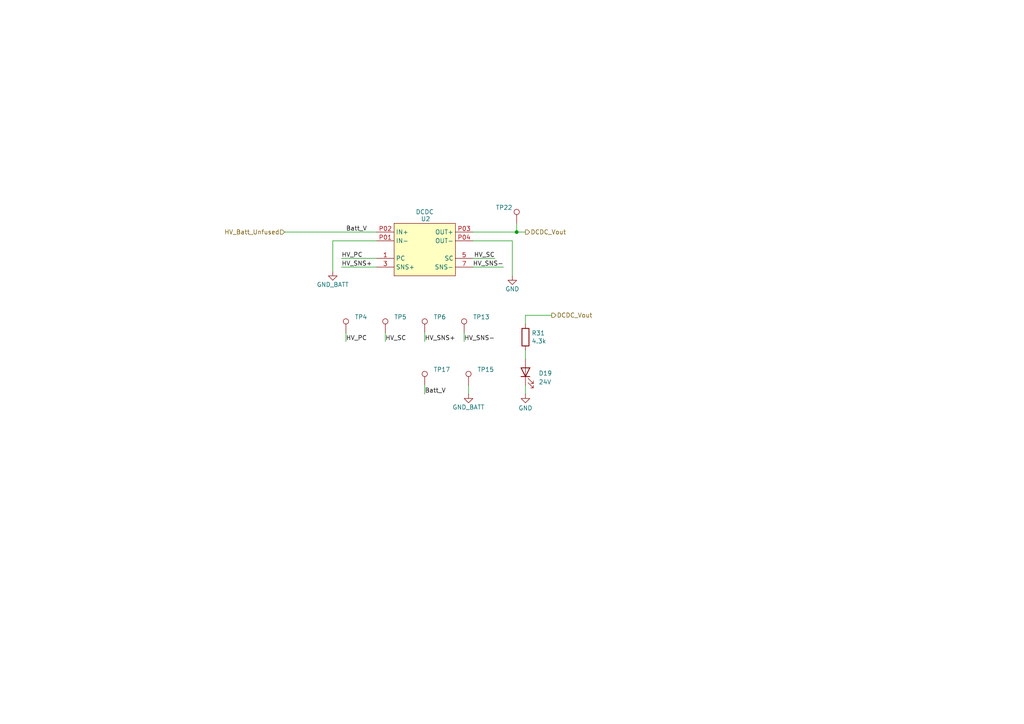
<source format=kicad_sch>
(kicad_sch (version 20250114) (generator "eeschema") (generator_version "9.0")
  (paper "A4")
  (lib_symbols
    (symbol "Connector:TestPoint" (pin_numbers (hide yes)) (pin_names (offset 0.762) (hide yes))
      (property "Reference" "TP" (at 0 6.858 0))
      (property "Value" "TestPoint" (at 0 5.08 0))
      (symbol "TestPoint_0_1"
        (circle (center 0 3.302) (radius 0.762))
      )
      (symbol "TestPoint_1_1"
        (pin passive line (at 0 0 90) (length 2.54) (name "1") (number "1"))
      )
    )
    (symbol "Device:LED" (pin_numbers (hide yes)) (pin_names (offset 1.016) (hide yes))
      (property "Reference" "D" (at 0 2.54 0))
      (property "Value" "LED" (at 0 -2.54 0))
      (symbol "LED_0_1"
        (polyline (pts (xy -3.048 -0.762) (xy -4.572 -2.286) (xy -3.81 -2.286) (xy -4.572 -2.286) (xy -4.572 -1.524)))
        (polyline (pts (xy -1.778 -0.762) (xy -3.302 -2.286) (xy -2.54 -2.286) (xy -3.302 -2.286) (xy -3.302 -1.524)))
        (polyline (pts (xy -1.27 0) (xy 1.27 0)))
        (polyline (pts (xy -1.27 -1.27) (xy -1.27 1.27)) (stroke (width 0.254)))
        (polyline (pts (xy 1.27 -1.27) (xy 1.27 1.27) (xy -1.27 0) (xy 1.27 -1.27)) (stroke (width 0.254)))
      )
      (symbol "LED_1_1"
        (pin passive line (at -3.81 0 0) (length 2.54) (name "K") (number "1"))
        (pin passive line (at 3.81 0 180) (length 2.54) (name "A") (number "2"))
      )
    )
    (symbol "Device:R" (pin_numbers (hide yes)) (pin_names (offset 0))
      (property "Reference" "R" (at 2.032 0 90))
      (property "Value" "R" (at 0 0 90))
      (symbol "R_0_1"
        (rectangle (start -1.016 -2.54) (end 1.016 2.54) (stroke (width 0.254)))
      )
      (symbol "R_1_1"
        (pin passive line (at 0 3.81 270) (length 1.27) (name "~") (number "1"))
        (pin passive line (at 0 -3.81 90) (length 1.27) (name "~") (number "2"))
      )
    )
    (symbol "power:GND" (power) (pin_numbers (hide yes)) (pin_names (offset 0) (hide yes))
      (property "Value" "GND" (at 0 -3.81 0))
      (symbol "GND_0_1"
        (polyline (pts (xy 0 0) (xy 0 -1.27) (xy 1.27 -1.27) (xy 0 -2.54) (xy -1.27 -1.27) (xy 0 -1.27)))
      )
      (symbol "GND_1_1"
        (pin power_in line (at 0 0 270) (length 0) (name "~") (number "1"))
      )
    )
    (symbol "power:GND1" (power) (pin_numbers (hide yes)) (pin_names (offset 0) (hide yes))
      (property "Value" "GND1" (at 0 -3.81 0))
      (symbol "GND1_0_1"
        (polyline (pts (xy 0 0) (xy 0 -1.27) (xy 1.27 -1.27) (xy 0 -2.54) (xy -1.27 -1.27) (xy 0 -1.27)))
      )
      (symbol "GND1_1_1"
        (pin power_in line (at 0 0 270) (length 0) (name "~") (number "1"))
      )
    )
    (symbol "utsvt_connectors:Maxi_Carrier_Connector"
      (property "Reference" "U" (at 0 0 0))
      (symbol "Maxi_Carrier_Connector_1_1"
        (rectangle (start -8.89 -2.54) (end 8.89 -17.78) (fill (type background)))
        (pin power_in line (at -13.97 -5.08 0) (length 5.08) (name "IN+") (number "P02"))
        (pin power_in line (at -13.97 -7.62 0) (length 5.08) (name "IN-") (number "P01"))
        (pin input line (at -13.97 -12.7 0) (length 5.08) (name "PC") (number "1"))
        (pin input line (at -13.97 -15.24 0) (length 5.08) (name "SNS+") (number "3"))
        (pin power_out line (at 13.97 -5.08 180) (length 5.08) (name "OUT+") (number "P03"))
        (pin power_out line (at 13.97 -7.62 180) (length 5.08) (name "OUT-") (number "P04"))
        (pin input line (at 13.97 -12.7 180) (length 5.08) (name "SC") (number "5"))
        (pin input line (at 13.97 -15.24 180) (length 5.08) (name "SNS-") (number "7"))
      )
    )
  )
  (junction (at 149.86 67.31))
  (wire (pts (xy 134.62 96.52) (xy 134.62 99.06)))
  (wire (pts (xy 137.16 69.85) (xy 148.59 69.85)))
  (wire (pts (xy 152.4 101.6) (xy 152.4 104.14)))
  (wire (pts (xy 96.52 69.85) (xy 109.22 69.85)))
  (wire (pts (xy 135.89 111.76) (xy 135.89 114.3)))
  (wire (pts (xy 96.52 69.85) (xy 96.52 78.74)))
  (wire (pts (xy 123.19 96.52) (xy 123.19 99.06)))
  (wire (pts (xy 152.4 111.76) (xy 152.4 114.3)))
  (wire (pts (xy 148.59 69.85) (xy 148.59 80.01)))
  (wire (pts (xy 152.4 91.44) (xy 160.02 91.44)))
  (wire (pts (xy 137.16 67.31) (xy 149.86 67.31)))
  (wire (pts (xy 111.76 96.52) (xy 111.76 99.06)))
  (wire (pts (xy 82.55 67.31) (xy 109.22 67.31)))
  (wire (pts (xy 152.4 91.44) (xy 152.4 93.98)))
  (wire (pts (xy 123.19 111.76) (xy 123.19 114.3)))
  (wire (pts (xy 149.86 64.77) (xy 149.86 67.31)))
  (wire (pts (xy 99.06 77.47) (xy 109.22 77.47)))
  (wire (pts (xy 149.86 67.31) (xy 152.4 67.31)))
  (wire (pts (xy 99.06 74.93) (xy 109.22 74.93)))
  (wire (pts (xy 137.16 74.93) (xy 143.51 74.93)))
  (wire (pts (xy 100.33 96.52) (xy 100.33 99.06)))
  (wire (pts (xy 137.16 77.47) (xy 146.05 77.47)))
  (label "HV_PC" (at 100.33 99.06 0))
  (label "HV_SNS-" (at 146.05 77.47 180))
  (label "HV_SNS+" (at 123.19 99.06 0))
  (label "HV_SC" (at 111.76 99.06 0))
  (label "Batt_V" (at 100.33 67.31 0))
  (label "Batt_V" (at 123.19 114.3 0))
  (label "HV_SNS+" (at 99.06 77.47 0))
  (label "HV_SC" (at 143.51 74.93 180))
  (label "HV_PC" (at 99.06 74.93 0))
  (label "HV_SNS-" (at 134.62 99.06 0))
  (hierarchical_label "HV_Batt_Unfused" (shape input) (at 82.55 67.31 180))
  (hierarchical_label "DCDC_Vout" (shape output) (at 152.4 67.31 0))
  (hierarchical_label "DCDC_Vout" (shape output) (at 160.02 91.44 0))
  (symbol (lib_id "power:GND1") (at 96.52 78.74 0) (unit 1)
    (property "Reference" "#PWR019" (effects (hide yes)))
    (property "Value" "GND_BATT" (at 96.52 82.55 0))
    (property "Description" "Power symbol creates a global label with name \"GND1\" , ground" (effects (hide yes)))
  )
  (symbol (lib_id "Connector:TestPoint") (at 149.86 64.77 0) (unit 1) (in_bom no)
    (property "Reference" "TP22" (at 143.764 60.198 0) (effects (justify left)))
    (property "Value" "TestPoint" (effects (hide yes)))
    (property "Footprint" "TestPoint:TestPoint_THTPad_D3.0mm_Drill1.5mm" (effects (hide yes)))
    (property "Description" "test point" (effects (hide yes)))
    (property "Assemble" "N" (effects (hide yes)))
  )
  (symbol (lib_id "power:GND1") (at 135.89 114.3 0) (unit 1)
    (property "Reference" "#PWR023" (effects (hide yes)))
    (property "Value" "GND_BATT" (at 135.89 118.11 0))
    (property "Description" "Power symbol creates a global label with name \"GND1\" , ground" (effects (hide yes)))
  )
  (symbol (lib_id "utsvt_connectors:Maxi_Carrier_Connector") (at 123.19 62.23 0) (unit 1)
    (property "Reference" "U2" (at 123.444 63.5 0))
    (property "Value" "DCDC" (at 123.19 61.468 0))
    (property "Footprint" "LV Carrier Library:Maxi_Carrier_Connector" (effects (hide yes)))
    (property "Datasheet" "https://suddendocs.samtec.com/productspecs/et60s-et60t.pdf" (effects (hide yes)))
    (property "Description" "Maxi DC-DC Converter Carrier Vertical PCB Mount Connector" (effects (hide yes)))
    (property "P/N" "SAMTEC_ET60S-D02-3-08-D02-X-V1-S" (effects (hide yes)))
    (property "Assemble" "N" (effects (hide yes)))
  )
  (symbol (lib_id "Connector:TestPoint") (at 111.76 96.52 0) (unit 1) (in_bom no)
    (property "Reference" "TP5" (at 114.3 91.9479 0) (effects (justify left)))
    (property "Value" "TestPoint" (effects (hide yes)))
    (property "Footprint" "TestPoint:TestPoint_Pad_D2.5mm" (effects (hide yes)))
    (property "Description" "test point" (effects (hide yes)))
    (property "Assemble" "N" (effects (hide yes)))
  )
  (symbol (lib_id "Device:R") (at 152.4 97.79 0) (unit 1)
    (property "Reference" "R31" (at 154.178 96.6216 0) (effects (justify left)))
    (property "Value" "4.3k" (at 154.178 98.933 0) (effects (justify left)))
    (property "Footprint" "Resistor_SMD:R_0603_1608Metric_Pad0.98x0.95mm_HandSolder" (effects (hide yes)))
    (property "Description" "Resistor" (effects (hide yes)))
    (property "P/N" "CRCW06034K30FKTA " (effects (hide yes)))
    (property "LSCC P/N" "C23162" (effects (hide yes)))
    (property "Assemble" "Y" (effects (hide yes)))
  )
  (symbol (lib_id "Connector:TestPoint") (at 134.62 96.52 0) (unit 1) (in_bom no)
    (property "Reference" "TP13" (at 137.16 91.9479 0) (effects (justify left)))
    (property "Value" "TestPoint" (effects (hide yes)))
    (property "Footprint" "TestPoint:TestPoint_Pad_D2.5mm" (effects (hide yes)))
    (property "Description" "test point" (effects (hide yes)))
    (property "Assemble" "N" (effects (hide yes)))
  )
  (symbol (lib_id "Device:LED") (at 152.4 107.95 90) (unit 1)
    (property "Reference" "D19" (at 156.21 108.2674 90) (effects (justify right)))
    (property "Value" "24V" (at 156.21 110.8074 90) (effects (justify right)))
    (property "Footprint" "LED_SMD:LED_0603_1608Metric_Pad1.05x0.95mm_HandSolder" (effects (hide yes)))
    (property "Description" "Light emitting diode" (effects (hide yes)))
    (property "Sim.Pins" "1=K 2=A" (effects (hide yes)))
    (property "P/N" "XL-1608UBC-06A" (effects (hide yes)))
    (property "LSCC P/N" "C7371904" (effects (hide yes)))
    (property "Assemble" "Y" (effects (hide yes)))
  )
  (symbol (lib_id "power:GND") (at 152.4 114.3 0) (unit 1)
    (property "Reference" "#PWR092" (effects (hide yes)))
    (property "Value" "GND" (at 152.4 118.364 0))
    (property "Description" "Power symbol creates a global label with name \"GND\" , ground" (effects (hide yes)))
  )
  (symbol (lib_id "power:GND") (at 148.59 80.01 0) (unit 1)
    (property "Reference" "#PWR011" (effects (hide yes)))
    (property "Value" "GND" (at 148.59 83.82 0))
    (property "Description" "Power symbol creates a global label with name \"GND\" , ground" (effects (hide yes)))
  )
  (symbol (lib_id "Connector:TestPoint") (at 135.89 111.76 0) (unit 1) (in_bom no)
    (property "Reference" "TP15" (at 138.43 107.1879 0) (effects (justify left)))
    (property "Value" "TestPoint" (effects (hide yes)))
    (property "Footprint" "TestPoint:TestPoint_THTPad_D3.0mm_Drill1.5mm" (effects (hide yes)))
    (property "Description" "test point" (effects (hide yes)))
    (property "Assemble" "N" (effects (hide yes)))
  )
  (symbol (lib_id "Connector:TestPoint") (at 100.33 96.52 0) (unit 1) (in_bom no)
    (property "Reference" "TP4" (at 102.87 91.9479 0) (effects (justify left)))
    (property "Value" "TestPoint" (effects (hide yes)))
    (property "Footprint" "TestPoint:TestPoint_Pad_D2.5mm" (effects (hide yes)))
    (property "Description" "test point" (effects (hide yes)))
    (property "Assemble" "N" (effects (hide yes)))
  )
  (symbol (lib_id "Connector:TestPoint") (at 123.19 111.76 0) (unit 1) (in_bom no)
    (property "Reference" "TP17" (at 125.73 107.1879 0) (effects (justify left)))
    (property "Value" "TestPoint" (effects (hide yes)))
    (property "Footprint" "TestPoint:TestPoint_THTPad_D3.0mm_Drill1.5mm" (effects (hide yes)))
    (property "Description" "test point" (effects (hide yes)))
    (property "Assemble" "N" (effects (hide yes)))
  )
  (symbol (lib_id "Connector:TestPoint") (at 123.19 96.52 0) (unit 1) (in_bom no)
    (property "Reference" "TP6" (at 125.73 91.9479 0) (effects (justify left)))
    (property "Value" "TestPoint" (effects (hide yes)))
    (property "Footprint" "TestPoint:TestPoint_Pad_D2.5mm" (effects (hide yes)))
    (property "Description" "test point" (effects (hide yes)))
    (property "Assemble" "N" (effects (hide yes)))
  )
)
</source>
